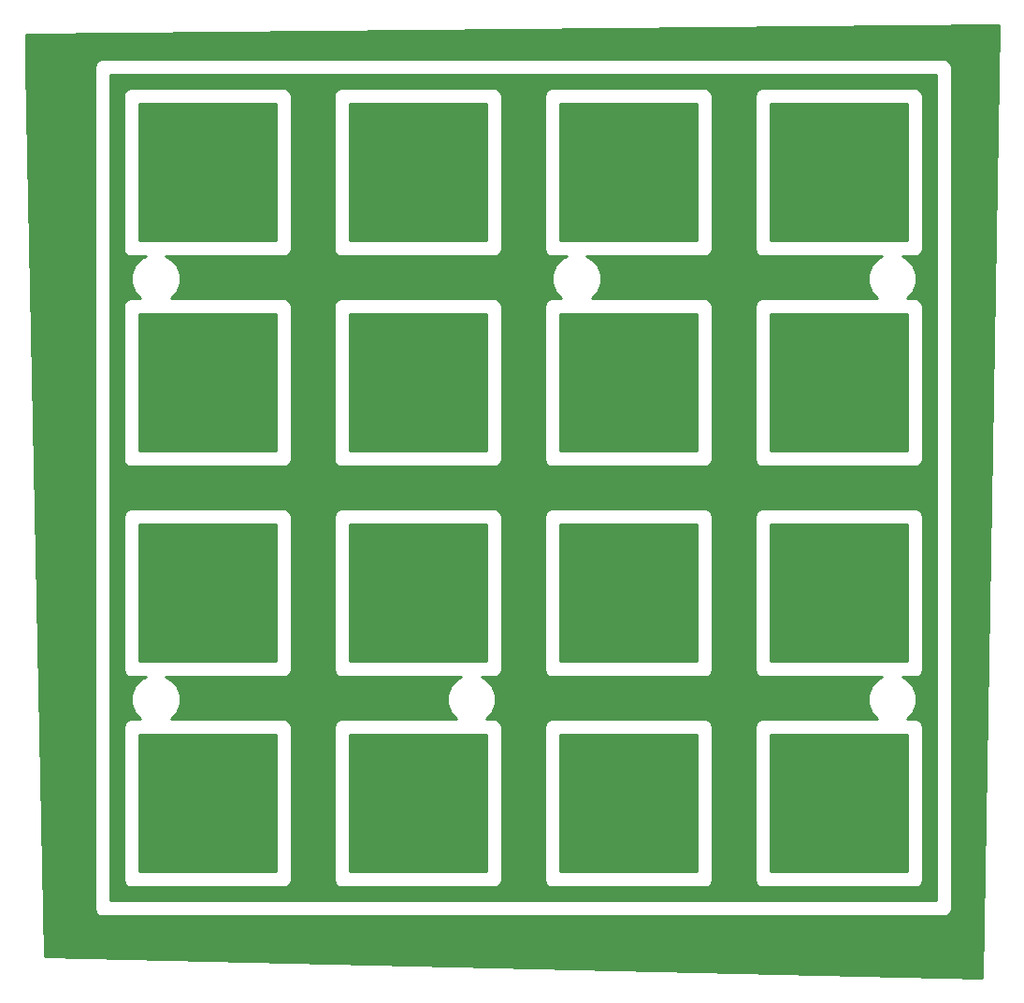
<source format=gbr>
G04 #@! TF.GenerationSoftware,KiCad,Pcbnew,(5.0.0)*
G04 #@! TF.CreationDate,2018-10-05T18:25:32-06:00*
G04 #@! TF.ProjectId,4x4_backpack,3478345F6261636B7061636B2E6B6963,rev?*
G04 #@! TF.SameCoordinates,Original*
G04 #@! TF.FileFunction,Copper,L2,Bot,Signal*
G04 #@! TF.FilePolarity,Positive*
%FSLAX46Y46*%
G04 Gerber Fmt 4.6, Leading zero omitted, Abs format (unit mm)*
G04 Created by KiCad (PCBNEW (5.0.0)) date 10/05/18 18:25:32*
%MOMM*%
%LPD*%
G01*
G04 APERTURE LIST*
G04 #@! TA.AperFunction,NonConductor*
%ADD10C,0.254000*%
G04 #@! TD*
G04 APERTURE END LIST*
D10*
G36*
X155808403Y-158683641D02*
X70990469Y-156761429D01*
X69331500Y-76200000D01*
X75476091Y-76200000D01*
X75490000Y-76269926D01*
X75490001Y-152330069D01*
X75476091Y-152400000D01*
X75531195Y-152677028D01*
X75688119Y-152911881D01*
X75922972Y-153068805D01*
X76130074Y-153110000D01*
X76130075Y-153110000D01*
X76200000Y-153123909D01*
X76269926Y-153110000D01*
X152330074Y-153110000D01*
X152400000Y-153123909D01*
X152469925Y-153110000D01*
X152469926Y-153110000D01*
X152677028Y-153068805D01*
X152911881Y-152911881D01*
X153068805Y-152677028D01*
X153123909Y-152400000D01*
X153110000Y-152330074D01*
X153110000Y-76269926D01*
X153123909Y-76200000D01*
X153068805Y-75922972D01*
X152911881Y-75688119D01*
X152677028Y-75531195D01*
X152469926Y-75490000D01*
X152400000Y-75476091D01*
X152330075Y-75490000D01*
X76269925Y-75490000D01*
X76200000Y-75476091D01*
X76130074Y-75490000D01*
X75922972Y-75531195D01*
X75688119Y-75688119D01*
X75531195Y-75922972D01*
X75476091Y-76200000D01*
X69331500Y-76200000D01*
X69270956Y-73259929D01*
X157325326Y-72378601D01*
X155808403Y-158683641D01*
X155808403Y-158683641D01*
G37*
X155808403Y-158683641D02*
X70990469Y-156761429D01*
X69331500Y-76200000D01*
X75476091Y-76200000D01*
X75490000Y-76269926D01*
X75490001Y-152330069D01*
X75476091Y-152400000D01*
X75531195Y-152677028D01*
X75688119Y-152911881D01*
X75922972Y-153068805D01*
X76130074Y-153110000D01*
X76130075Y-153110000D01*
X76200000Y-153123909D01*
X76269926Y-153110000D01*
X152330074Y-153110000D01*
X152400000Y-153123909D01*
X152469925Y-153110000D01*
X152469926Y-153110000D01*
X152677028Y-153068805D01*
X152911881Y-152911881D01*
X153068805Y-152677028D01*
X153123909Y-152400000D01*
X153110000Y-152330074D01*
X153110000Y-76269926D01*
X153123909Y-76200000D01*
X153068805Y-75922972D01*
X152911881Y-75688119D01*
X152677028Y-75531195D01*
X152469926Y-75490000D01*
X152400000Y-75476091D01*
X152330075Y-75490000D01*
X76269925Y-75490000D01*
X76200000Y-75476091D01*
X76130074Y-75490000D01*
X75922972Y-75531195D01*
X75688119Y-75688119D01*
X75531195Y-75922972D01*
X75476091Y-76200000D01*
X69331500Y-76200000D01*
X69270956Y-73259929D01*
X157325326Y-72378601D01*
X155808403Y-158683641D01*
G36*
X151690000Y-151690000D02*
X76910000Y-151690000D01*
X76910000Y-116923820D01*
X78099911Y-116923820D01*
X78113821Y-116993751D01*
X78113820Y-130669024D01*
X78102451Y-130726180D01*
X78113820Y-130783336D01*
X78113820Y-130796105D01*
X78155015Y-131003207D01*
X78311939Y-131238060D01*
X78546792Y-131394985D01*
X78823820Y-131450089D01*
X78893745Y-131436180D01*
X80112640Y-131436180D01*
X79759974Y-131582259D01*
X79131259Y-132210974D01*
X78791000Y-133032431D01*
X78791000Y-133921569D01*
X79131259Y-134743026D01*
X79652053Y-135263820D01*
X78893746Y-135263820D01*
X78823820Y-135249911D01*
X78753895Y-135263820D01*
X78753894Y-135263820D01*
X78546792Y-135305015D01*
X78311939Y-135461939D01*
X78155015Y-135696792D01*
X78099911Y-135973820D01*
X78113821Y-136043751D01*
X78113820Y-149719024D01*
X78102451Y-149776180D01*
X78113820Y-149833336D01*
X78113820Y-149846105D01*
X78155015Y-150053207D01*
X78311939Y-150288060D01*
X78546792Y-150444985D01*
X78823820Y-150500089D01*
X78893745Y-150486180D01*
X92556255Y-150486180D01*
X92626180Y-150500089D01*
X92903208Y-150444985D01*
X93138061Y-150288061D01*
X93294985Y-150053208D01*
X93336180Y-149846106D01*
X93336180Y-149846105D01*
X93350089Y-149776180D01*
X93336180Y-149706254D01*
X93336180Y-136043746D01*
X93350089Y-135973820D01*
X93294985Y-135696792D01*
X93138061Y-135461939D01*
X92903208Y-135305015D01*
X92696106Y-135263820D01*
X92696105Y-135263820D01*
X92626180Y-135249911D01*
X92556254Y-135263820D01*
X82399947Y-135263820D01*
X82920741Y-134743026D01*
X83261000Y-133921569D01*
X83261000Y-133032431D01*
X82920741Y-132210974D01*
X82292026Y-131582259D01*
X81939360Y-131436180D01*
X92556255Y-131436180D01*
X92626180Y-131450089D01*
X92903208Y-131394985D01*
X93138061Y-131238061D01*
X93294985Y-131003208D01*
X93336180Y-130796106D01*
X93336180Y-130796105D01*
X93350089Y-130726180D01*
X93336180Y-130656254D01*
X93336180Y-116993746D01*
X93350089Y-116923820D01*
X97149911Y-116923820D01*
X97163821Y-116993751D01*
X97163820Y-130669024D01*
X97152451Y-130726180D01*
X97163820Y-130783336D01*
X97163820Y-130796105D01*
X97205015Y-131003207D01*
X97361939Y-131238060D01*
X97596792Y-131394985D01*
X97873820Y-131450089D01*
X97943745Y-131436180D01*
X108687640Y-131436180D01*
X108334974Y-131582259D01*
X107706259Y-132210974D01*
X107366000Y-133032431D01*
X107366000Y-133921569D01*
X107706259Y-134743026D01*
X108227053Y-135263820D01*
X97943746Y-135263820D01*
X97873820Y-135249911D01*
X97803895Y-135263820D01*
X97803894Y-135263820D01*
X97596792Y-135305015D01*
X97361939Y-135461939D01*
X97205015Y-135696792D01*
X97149911Y-135973820D01*
X97163821Y-136043751D01*
X97163820Y-149719024D01*
X97152451Y-149776180D01*
X97163820Y-149833336D01*
X97163820Y-149846105D01*
X97205015Y-150053207D01*
X97361939Y-150288060D01*
X97596792Y-150444985D01*
X97873820Y-150500089D01*
X97943745Y-150486180D01*
X111606255Y-150486180D01*
X111676180Y-150500089D01*
X111953208Y-150444985D01*
X112188061Y-150288061D01*
X112344985Y-150053208D01*
X112386180Y-149846106D01*
X112386180Y-149846105D01*
X112400089Y-149776180D01*
X112386180Y-149706254D01*
X112386180Y-136043746D01*
X112400089Y-135973820D01*
X116202451Y-135973820D01*
X116216361Y-136043751D01*
X116216360Y-149719024D01*
X116204991Y-149776180D01*
X116216360Y-149833336D01*
X116216360Y-149846105D01*
X116257555Y-150053207D01*
X116414479Y-150288060D01*
X116649332Y-150444985D01*
X116926360Y-150500089D01*
X116996285Y-150486180D01*
X130658795Y-150486180D01*
X130728720Y-150500089D01*
X131005748Y-150444985D01*
X131240601Y-150288061D01*
X131397525Y-150053208D01*
X131438720Y-149846106D01*
X131438720Y-149846105D01*
X131452629Y-149776180D01*
X131438720Y-149706254D01*
X131438720Y-136043746D01*
X131452629Y-135973820D01*
X131397525Y-135696792D01*
X131240601Y-135461939D01*
X131005748Y-135305015D01*
X130798646Y-135263820D01*
X130798645Y-135263820D01*
X130728720Y-135249911D01*
X130658794Y-135263820D01*
X116996286Y-135263820D01*
X116926360Y-135249911D01*
X116856435Y-135263820D01*
X116856434Y-135263820D01*
X116649332Y-135305015D01*
X116414479Y-135461939D01*
X116257555Y-135696792D01*
X116202451Y-135973820D01*
X112400089Y-135973820D01*
X112344985Y-135696792D01*
X112188061Y-135461939D01*
X111953208Y-135305015D01*
X111746106Y-135263820D01*
X111746105Y-135263820D01*
X111676180Y-135249911D01*
X111606254Y-135263820D01*
X110974947Y-135263820D01*
X111495741Y-134743026D01*
X111836000Y-133921569D01*
X111836000Y-133032431D01*
X111495741Y-132210974D01*
X110867026Y-131582259D01*
X110514360Y-131436180D01*
X111606255Y-131436180D01*
X111676180Y-131450089D01*
X111953208Y-131394985D01*
X112188061Y-131238061D01*
X112344985Y-131003208D01*
X112386180Y-130796106D01*
X112386180Y-130796105D01*
X112400089Y-130726180D01*
X112386180Y-130656254D01*
X112386180Y-116993746D01*
X112400089Y-116923820D01*
X116202451Y-116923820D01*
X116216361Y-116993751D01*
X116216360Y-130669024D01*
X116204991Y-130726180D01*
X116216360Y-130783336D01*
X116216360Y-130796105D01*
X116257555Y-131003207D01*
X116414479Y-131238060D01*
X116649332Y-131394985D01*
X116926360Y-131450089D01*
X116996285Y-131436180D01*
X130658795Y-131436180D01*
X130728720Y-131450089D01*
X131005748Y-131394985D01*
X131240601Y-131238061D01*
X131397525Y-131003208D01*
X131438720Y-130796106D01*
X131438720Y-130796105D01*
X131452629Y-130726180D01*
X131438720Y-130656254D01*
X131438720Y-116993746D01*
X131452629Y-116923820D01*
X135252451Y-116923820D01*
X135266361Y-116993751D01*
X135266360Y-130669024D01*
X135254991Y-130726180D01*
X135266360Y-130783336D01*
X135266360Y-130796105D01*
X135307555Y-131003207D01*
X135464479Y-131238060D01*
X135699332Y-131394985D01*
X135976360Y-131450089D01*
X136046285Y-131436180D01*
X146787640Y-131436180D01*
X146434974Y-131582259D01*
X145806259Y-132210974D01*
X145466000Y-133032431D01*
X145466000Y-133921569D01*
X145806259Y-134743026D01*
X146327053Y-135263820D01*
X136046286Y-135263820D01*
X135976360Y-135249911D01*
X135906435Y-135263820D01*
X135906434Y-135263820D01*
X135699332Y-135305015D01*
X135464479Y-135461939D01*
X135307555Y-135696792D01*
X135252451Y-135973820D01*
X135266361Y-136043751D01*
X135266360Y-149719024D01*
X135254991Y-149776180D01*
X135266360Y-149833336D01*
X135266360Y-149846105D01*
X135307555Y-150053207D01*
X135464479Y-150288060D01*
X135699332Y-150444985D01*
X135976360Y-150500089D01*
X136046285Y-150486180D01*
X149708795Y-150486180D01*
X149778720Y-150500089D01*
X150055748Y-150444985D01*
X150290601Y-150288061D01*
X150447525Y-150053208D01*
X150488720Y-149846106D01*
X150488720Y-149846105D01*
X150502629Y-149776180D01*
X150488720Y-149706254D01*
X150488720Y-136043746D01*
X150502629Y-135973820D01*
X150447525Y-135696792D01*
X150290601Y-135461939D01*
X150055748Y-135305015D01*
X149848646Y-135263820D01*
X149848645Y-135263820D01*
X149778720Y-135249911D01*
X149708794Y-135263820D01*
X149074947Y-135263820D01*
X149595741Y-134743026D01*
X149936000Y-133921569D01*
X149936000Y-133032431D01*
X149595741Y-132210974D01*
X148967026Y-131582259D01*
X148614360Y-131436180D01*
X149708795Y-131436180D01*
X149778720Y-131450089D01*
X150055748Y-131394985D01*
X150290601Y-131238061D01*
X150447525Y-131003208D01*
X150488720Y-130796106D01*
X150488720Y-130796105D01*
X150502629Y-130726180D01*
X150488720Y-130656254D01*
X150488720Y-116993746D01*
X150502629Y-116923820D01*
X150447525Y-116646792D01*
X150290601Y-116411939D01*
X150055748Y-116255015D01*
X149848646Y-116213820D01*
X149848645Y-116213820D01*
X149778720Y-116199911D01*
X149708794Y-116213820D01*
X136046286Y-116213820D01*
X135976360Y-116199911D01*
X135906435Y-116213820D01*
X135906434Y-116213820D01*
X135699332Y-116255015D01*
X135464479Y-116411939D01*
X135307555Y-116646792D01*
X135252451Y-116923820D01*
X131452629Y-116923820D01*
X131397525Y-116646792D01*
X131240601Y-116411939D01*
X131005748Y-116255015D01*
X130798646Y-116213820D01*
X130798645Y-116213820D01*
X130728720Y-116199911D01*
X130658794Y-116213820D01*
X116996286Y-116213820D01*
X116926360Y-116199911D01*
X116856435Y-116213820D01*
X116856434Y-116213820D01*
X116649332Y-116255015D01*
X116414479Y-116411939D01*
X116257555Y-116646792D01*
X116202451Y-116923820D01*
X112400089Y-116923820D01*
X112344985Y-116646792D01*
X112188061Y-116411939D01*
X111953208Y-116255015D01*
X111746106Y-116213820D01*
X111746105Y-116213820D01*
X111676180Y-116199911D01*
X111606254Y-116213820D01*
X97943746Y-116213820D01*
X97873820Y-116199911D01*
X97803895Y-116213820D01*
X97803894Y-116213820D01*
X97596792Y-116255015D01*
X97361939Y-116411939D01*
X97205015Y-116646792D01*
X97149911Y-116923820D01*
X93350089Y-116923820D01*
X93294985Y-116646792D01*
X93138061Y-116411939D01*
X92903208Y-116255015D01*
X92696106Y-116213820D01*
X92696105Y-116213820D01*
X92626180Y-116199911D01*
X92556254Y-116213820D01*
X78893746Y-116213820D01*
X78823820Y-116199911D01*
X78753895Y-116213820D01*
X78753894Y-116213820D01*
X78546792Y-116255015D01*
X78311939Y-116411939D01*
X78155015Y-116646792D01*
X78099911Y-116923820D01*
X76910000Y-116923820D01*
X76910000Y-78823820D01*
X78097371Y-78823820D01*
X78111281Y-78893751D01*
X78111280Y-92569024D01*
X78099911Y-92626180D01*
X78111280Y-92683336D01*
X78111280Y-92696105D01*
X78152475Y-92903207D01*
X78309399Y-93138060D01*
X78544252Y-93294985D01*
X78821280Y-93350089D01*
X78891205Y-93336180D01*
X80112640Y-93336180D01*
X79759974Y-93482259D01*
X79131259Y-94110974D01*
X78791000Y-94932431D01*
X78791000Y-95821569D01*
X79131259Y-96643026D01*
X79652053Y-97163820D01*
X78891206Y-97163820D01*
X78821280Y-97149911D01*
X78751355Y-97163820D01*
X78751354Y-97163820D01*
X78544252Y-97205015D01*
X78309399Y-97361939D01*
X78152475Y-97596792D01*
X78097371Y-97873820D01*
X78111281Y-97943751D01*
X78111280Y-111619024D01*
X78099911Y-111676180D01*
X78111280Y-111733336D01*
X78111280Y-111746105D01*
X78152475Y-111953207D01*
X78309399Y-112188060D01*
X78544252Y-112344985D01*
X78821280Y-112400089D01*
X78891205Y-112386180D01*
X92553715Y-112386180D01*
X92623640Y-112400089D01*
X92900668Y-112344985D01*
X93135521Y-112188061D01*
X93292445Y-111953208D01*
X93333640Y-111746106D01*
X93333640Y-111746105D01*
X93347549Y-111676180D01*
X93333640Y-111606254D01*
X93333640Y-97943746D01*
X93347549Y-97873820D01*
X97147371Y-97873820D01*
X97161281Y-97943751D01*
X97161280Y-111619024D01*
X97149911Y-111676180D01*
X97161280Y-111733336D01*
X97161280Y-111746105D01*
X97202475Y-111953207D01*
X97359399Y-112188060D01*
X97594252Y-112344985D01*
X97871280Y-112400089D01*
X97941205Y-112386180D01*
X111603715Y-112386180D01*
X111673640Y-112400089D01*
X111950668Y-112344985D01*
X112185521Y-112188061D01*
X112342445Y-111953208D01*
X112383640Y-111746106D01*
X112383640Y-111746105D01*
X112397549Y-111676180D01*
X112383640Y-111606254D01*
X112383640Y-97943746D01*
X112397549Y-97873820D01*
X112342445Y-97596792D01*
X112185521Y-97361939D01*
X111950668Y-97205015D01*
X111743566Y-97163820D01*
X111743565Y-97163820D01*
X111673640Y-97149911D01*
X111603714Y-97163820D01*
X97941206Y-97163820D01*
X97871280Y-97149911D01*
X97801355Y-97163820D01*
X97801354Y-97163820D01*
X97594252Y-97205015D01*
X97359399Y-97361939D01*
X97202475Y-97596792D01*
X97147371Y-97873820D01*
X93347549Y-97873820D01*
X93292445Y-97596792D01*
X93135521Y-97361939D01*
X92900668Y-97205015D01*
X92693566Y-97163820D01*
X92693565Y-97163820D01*
X92623640Y-97149911D01*
X92553714Y-97163820D01*
X82399947Y-97163820D01*
X82920741Y-96643026D01*
X83261000Y-95821569D01*
X83261000Y-94932431D01*
X82920741Y-94110974D01*
X82292026Y-93482259D01*
X81939360Y-93336180D01*
X92553715Y-93336180D01*
X92623640Y-93350089D01*
X92900668Y-93294985D01*
X93135521Y-93138061D01*
X93292445Y-92903208D01*
X93333640Y-92696106D01*
X93333640Y-92696105D01*
X93347549Y-92626180D01*
X93333640Y-92556254D01*
X93333640Y-78893746D01*
X93347549Y-78823820D01*
X97147371Y-78823820D01*
X97161281Y-78893751D01*
X97161280Y-92569024D01*
X97149911Y-92626180D01*
X97161280Y-92683336D01*
X97161280Y-92696105D01*
X97202475Y-92903207D01*
X97359399Y-93138060D01*
X97594252Y-93294985D01*
X97871280Y-93350089D01*
X97941205Y-93336180D01*
X111603715Y-93336180D01*
X111673640Y-93350089D01*
X111950668Y-93294985D01*
X112185521Y-93138061D01*
X112342445Y-92903208D01*
X112383640Y-92696106D01*
X112383640Y-92696105D01*
X112397549Y-92626180D01*
X112383640Y-92556254D01*
X112383640Y-78893746D01*
X112397549Y-78823820D01*
X116199911Y-78823820D01*
X116213821Y-78893751D01*
X116213820Y-92569024D01*
X116202451Y-92626180D01*
X116213820Y-92683336D01*
X116213820Y-92696105D01*
X116255015Y-92903207D01*
X116411939Y-93138060D01*
X116646792Y-93294985D01*
X116923820Y-93350089D01*
X116993745Y-93336180D01*
X118212640Y-93336180D01*
X117859974Y-93482259D01*
X117231259Y-94110974D01*
X116891000Y-94932431D01*
X116891000Y-95821569D01*
X117231259Y-96643026D01*
X117752053Y-97163820D01*
X116993746Y-97163820D01*
X116923820Y-97149911D01*
X116853895Y-97163820D01*
X116853894Y-97163820D01*
X116646792Y-97205015D01*
X116411939Y-97361939D01*
X116255015Y-97596792D01*
X116199911Y-97873820D01*
X116213821Y-97943751D01*
X116213820Y-111619024D01*
X116202451Y-111676180D01*
X116213820Y-111733336D01*
X116213820Y-111746105D01*
X116255015Y-111953207D01*
X116411939Y-112188060D01*
X116646792Y-112344985D01*
X116923820Y-112400089D01*
X116993745Y-112386180D01*
X130656255Y-112386180D01*
X130726180Y-112400089D01*
X131003208Y-112344985D01*
X131238061Y-112188061D01*
X131394985Y-111953208D01*
X131436180Y-111746106D01*
X131436180Y-111746105D01*
X131450089Y-111676180D01*
X131436180Y-111606254D01*
X131436180Y-97943746D01*
X131450089Y-97873820D01*
X131394985Y-97596792D01*
X131238061Y-97361939D01*
X131003208Y-97205015D01*
X130796106Y-97163820D01*
X130796105Y-97163820D01*
X130726180Y-97149911D01*
X130656254Y-97163820D01*
X120499947Y-97163820D01*
X121020741Y-96643026D01*
X121361000Y-95821569D01*
X121361000Y-94932431D01*
X121020741Y-94110974D01*
X120392026Y-93482259D01*
X120039360Y-93336180D01*
X130656255Y-93336180D01*
X130726180Y-93350089D01*
X131003208Y-93294985D01*
X131238061Y-93138061D01*
X131394985Y-92903208D01*
X131436180Y-92696106D01*
X131436180Y-92696105D01*
X131450089Y-92626180D01*
X131436180Y-92556254D01*
X131436180Y-78893746D01*
X131450089Y-78823820D01*
X135249911Y-78823820D01*
X135263821Y-78893751D01*
X135263820Y-92569024D01*
X135252451Y-92626180D01*
X135263820Y-92683336D01*
X135263820Y-92696105D01*
X135305015Y-92903207D01*
X135461939Y-93138060D01*
X135696792Y-93294985D01*
X135973820Y-93350089D01*
X136043745Y-93336180D01*
X146787640Y-93336180D01*
X146434974Y-93482259D01*
X145806259Y-94110974D01*
X145466000Y-94932431D01*
X145466000Y-95821569D01*
X145806259Y-96643026D01*
X146327053Y-97163820D01*
X136043746Y-97163820D01*
X135973820Y-97149911D01*
X135903895Y-97163820D01*
X135903894Y-97163820D01*
X135696792Y-97205015D01*
X135461939Y-97361939D01*
X135305015Y-97596792D01*
X135249911Y-97873820D01*
X135263821Y-97943751D01*
X135263820Y-111619024D01*
X135252451Y-111676180D01*
X135263820Y-111733336D01*
X135263820Y-111746105D01*
X135305015Y-111953207D01*
X135461939Y-112188060D01*
X135696792Y-112344985D01*
X135973820Y-112400089D01*
X136043745Y-112386180D01*
X149706255Y-112386180D01*
X149776180Y-112400089D01*
X150053208Y-112344985D01*
X150288061Y-112188061D01*
X150444985Y-111953208D01*
X150486180Y-111746106D01*
X150486180Y-111746105D01*
X150500089Y-111676180D01*
X150486180Y-111606254D01*
X150486180Y-97943746D01*
X150500089Y-97873820D01*
X150444985Y-97596792D01*
X150288061Y-97361939D01*
X150053208Y-97205015D01*
X149846106Y-97163820D01*
X149846105Y-97163820D01*
X149776180Y-97149911D01*
X149706254Y-97163820D01*
X149074947Y-97163820D01*
X149595741Y-96643026D01*
X149936000Y-95821569D01*
X149936000Y-94932431D01*
X149595741Y-94110974D01*
X148967026Y-93482259D01*
X148614360Y-93336180D01*
X149706255Y-93336180D01*
X149776180Y-93350089D01*
X150053208Y-93294985D01*
X150288061Y-93138061D01*
X150444985Y-92903208D01*
X150486180Y-92696106D01*
X150486180Y-92696105D01*
X150500089Y-92626180D01*
X150486180Y-92556254D01*
X150486180Y-78893746D01*
X150500089Y-78823820D01*
X150444985Y-78546792D01*
X150288061Y-78311939D01*
X150053208Y-78155015D01*
X149846106Y-78113820D01*
X149846105Y-78113820D01*
X149776180Y-78099911D01*
X149706254Y-78113820D01*
X136043746Y-78113820D01*
X135973820Y-78099911D01*
X135903895Y-78113820D01*
X135903894Y-78113820D01*
X135696792Y-78155015D01*
X135461939Y-78311939D01*
X135305015Y-78546792D01*
X135249911Y-78823820D01*
X131450089Y-78823820D01*
X131394985Y-78546792D01*
X131238061Y-78311939D01*
X131003208Y-78155015D01*
X130796106Y-78113820D01*
X130796105Y-78113820D01*
X130726180Y-78099911D01*
X130656254Y-78113820D01*
X116993746Y-78113820D01*
X116923820Y-78099911D01*
X116853895Y-78113820D01*
X116853894Y-78113820D01*
X116646792Y-78155015D01*
X116411939Y-78311939D01*
X116255015Y-78546792D01*
X116199911Y-78823820D01*
X112397549Y-78823820D01*
X112342445Y-78546792D01*
X112185521Y-78311939D01*
X111950668Y-78155015D01*
X111743566Y-78113820D01*
X111743565Y-78113820D01*
X111673640Y-78099911D01*
X111603714Y-78113820D01*
X97941206Y-78113820D01*
X97871280Y-78099911D01*
X97801355Y-78113820D01*
X97801354Y-78113820D01*
X97594252Y-78155015D01*
X97359399Y-78311939D01*
X97202475Y-78546792D01*
X97147371Y-78823820D01*
X93347549Y-78823820D01*
X93292445Y-78546792D01*
X93135521Y-78311939D01*
X92900668Y-78155015D01*
X92693566Y-78113820D01*
X92693565Y-78113820D01*
X92623640Y-78099911D01*
X92553714Y-78113820D01*
X78891206Y-78113820D01*
X78821280Y-78099911D01*
X78751355Y-78113820D01*
X78751354Y-78113820D01*
X78544252Y-78155015D01*
X78309399Y-78311939D01*
X78152475Y-78546792D01*
X78097371Y-78823820D01*
X76910000Y-78823820D01*
X76910000Y-76910000D01*
X151690001Y-76910000D01*
X151690000Y-151690000D01*
X151690000Y-151690000D01*
G37*
X151690000Y-151690000D02*
X76910000Y-151690000D01*
X76910000Y-116923820D01*
X78099911Y-116923820D01*
X78113821Y-116993751D01*
X78113820Y-130669024D01*
X78102451Y-130726180D01*
X78113820Y-130783336D01*
X78113820Y-130796105D01*
X78155015Y-131003207D01*
X78311939Y-131238060D01*
X78546792Y-131394985D01*
X78823820Y-131450089D01*
X78893745Y-131436180D01*
X80112640Y-131436180D01*
X79759974Y-131582259D01*
X79131259Y-132210974D01*
X78791000Y-133032431D01*
X78791000Y-133921569D01*
X79131259Y-134743026D01*
X79652053Y-135263820D01*
X78893746Y-135263820D01*
X78823820Y-135249911D01*
X78753895Y-135263820D01*
X78753894Y-135263820D01*
X78546792Y-135305015D01*
X78311939Y-135461939D01*
X78155015Y-135696792D01*
X78099911Y-135973820D01*
X78113821Y-136043751D01*
X78113820Y-149719024D01*
X78102451Y-149776180D01*
X78113820Y-149833336D01*
X78113820Y-149846105D01*
X78155015Y-150053207D01*
X78311939Y-150288060D01*
X78546792Y-150444985D01*
X78823820Y-150500089D01*
X78893745Y-150486180D01*
X92556255Y-150486180D01*
X92626180Y-150500089D01*
X92903208Y-150444985D01*
X93138061Y-150288061D01*
X93294985Y-150053208D01*
X93336180Y-149846106D01*
X93336180Y-149846105D01*
X93350089Y-149776180D01*
X93336180Y-149706254D01*
X93336180Y-136043746D01*
X93350089Y-135973820D01*
X93294985Y-135696792D01*
X93138061Y-135461939D01*
X92903208Y-135305015D01*
X92696106Y-135263820D01*
X92696105Y-135263820D01*
X92626180Y-135249911D01*
X92556254Y-135263820D01*
X82399947Y-135263820D01*
X82920741Y-134743026D01*
X83261000Y-133921569D01*
X83261000Y-133032431D01*
X82920741Y-132210974D01*
X82292026Y-131582259D01*
X81939360Y-131436180D01*
X92556255Y-131436180D01*
X92626180Y-131450089D01*
X92903208Y-131394985D01*
X93138061Y-131238061D01*
X93294985Y-131003208D01*
X93336180Y-130796106D01*
X93336180Y-130796105D01*
X93350089Y-130726180D01*
X93336180Y-130656254D01*
X93336180Y-116993746D01*
X93350089Y-116923820D01*
X97149911Y-116923820D01*
X97163821Y-116993751D01*
X97163820Y-130669024D01*
X97152451Y-130726180D01*
X97163820Y-130783336D01*
X97163820Y-130796105D01*
X97205015Y-131003207D01*
X97361939Y-131238060D01*
X97596792Y-131394985D01*
X97873820Y-131450089D01*
X97943745Y-131436180D01*
X108687640Y-131436180D01*
X108334974Y-131582259D01*
X107706259Y-132210974D01*
X107366000Y-133032431D01*
X107366000Y-133921569D01*
X107706259Y-134743026D01*
X108227053Y-135263820D01*
X97943746Y-135263820D01*
X97873820Y-135249911D01*
X97803895Y-135263820D01*
X97803894Y-135263820D01*
X97596792Y-135305015D01*
X97361939Y-135461939D01*
X97205015Y-135696792D01*
X97149911Y-135973820D01*
X97163821Y-136043751D01*
X97163820Y-149719024D01*
X97152451Y-149776180D01*
X97163820Y-149833336D01*
X97163820Y-149846105D01*
X97205015Y-150053207D01*
X97361939Y-150288060D01*
X97596792Y-150444985D01*
X97873820Y-150500089D01*
X97943745Y-150486180D01*
X111606255Y-150486180D01*
X111676180Y-150500089D01*
X111953208Y-150444985D01*
X112188061Y-150288061D01*
X112344985Y-150053208D01*
X112386180Y-149846106D01*
X112386180Y-149846105D01*
X112400089Y-149776180D01*
X112386180Y-149706254D01*
X112386180Y-136043746D01*
X112400089Y-135973820D01*
X116202451Y-135973820D01*
X116216361Y-136043751D01*
X116216360Y-149719024D01*
X116204991Y-149776180D01*
X116216360Y-149833336D01*
X116216360Y-149846105D01*
X116257555Y-150053207D01*
X116414479Y-150288060D01*
X116649332Y-150444985D01*
X116926360Y-150500089D01*
X116996285Y-150486180D01*
X130658795Y-150486180D01*
X130728720Y-150500089D01*
X131005748Y-150444985D01*
X131240601Y-150288061D01*
X131397525Y-150053208D01*
X131438720Y-149846106D01*
X131438720Y-149846105D01*
X131452629Y-149776180D01*
X131438720Y-149706254D01*
X131438720Y-136043746D01*
X131452629Y-135973820D01*
X131397525Y-135696792D01*
X131240601Y-135461939D01*
X131005748Y-135305015D01*
X130798646Y-135263820D01*
X130798645Y-135263820D01*
X130728720Y-135249911D01*
X130658794Y-135263820D01*
X116996286Y-135263820D01*
X116926360Y-135249911D01*
X116856435Y-135263820D01*
X116856434Y-135263820D01*
X116649332Y-135305015D01*
X116414479Y-135461939D01*
X116257555Y-135696792D01*
X116202451Y-135973820D01*
X112400089Y-135973820D01*
X112344985Y-135696792D01*
X112188061Y-135461939D01*
X111953208Y-135305015D01*
X111746106Y-135263820D01*
X111746105Y-135263820D01*
X111676180Y-135249911D01*
X111606254Y-135263820D01*
X110974947Y-135263820D01*
X111495741Y-134743026D01*
X111836000Y-133921569D01*
X111836000Y-133032431D01*
X111495741Y-132210974D01*
X110867026Y-131582259D01*
X110514360Y-131436180D01*
X111606255Y-131436180D01*
X111676180Y-131450089D01*
X111953208Y-131394985D01*
X112188061Y-131238061D01*
X112344985Y-131003208D01*
X112386180Y-130796106D01*
X112386180Y-130796105D01*
X112400089Y-130726180D01*
X112386180Y-130656254D01*
X112386180Y-116993746D01*
X112400089Y-116923820D01*
X116202451Y-116923820D01*
X116216361Y-116993751D01*
X116216360Y-130669024D01*
X116204991Y-130726180D01*
X116216360Y-130783336D01*
X116216360Y-130796105D01*
X116257555Y-131003207D01*
X116414479Y-131238060D01*
X116649332Y-131394985D01*
X116926360Y-131450089D01*
X116996285Y-131436180D01*
X130658795Y-131436180D01*
X130728720Y-131450089D01*
X131005748Y-131394985D01*
X131240601Y-131238061D01*
X131397525Y-131003208D01*
X131438720Y-130796106D01*
X131438720Y-130796105D01*
X131452629Y-130726180D01*
X131438720Y-130656254D01*
X131438720Y-116993746D01*
X131452629Y-116923820D01*
X135252451Y-116923820D01*
X135266361Y-116993751D01*
X135266360Y-130669024D01*
X135254991Y-130726180D01*
X135266360Y-130783336D01*
X135266360Y-130796105D01*
X135307555Y-131003207D01*
X135464479Y-131238060D01*
X135699332Y-131394985D01*
X135976360Y-131450089D01*
X136046285Y-131436180D01*
X146787640Y-131436180D01*
X146434974Y-131582259D01*
X145806259Y-132210974D01*
X145466000Y-133032431D01*
X145466000Y-133921569D01*
X145806259Y-134743026D01*
X146327053Y-135263820D01*
X136046286Y-135263820D01*
X135976360Y-135249911D01*
X135906435Y-135263820D01*
X135906434Y-135263820D01*
X135699332Y-135305015D01*
X135464479Y-135461939D01*
X135307555Y-135696792D01*
X135252451Y-135973820D01*
X135266361Y-136043751D01*
X135266360Y-149719024D01*
X135254991Y-149776180D01*
X135266360Y-149833336D01*
X135266360Y-149846105D01*
X135307555Y-150053207D01*
X135464479Y-150288060D01*
X135699332Y-150444985D01*
X135976360Y-150500089D01*
X136046285Y-150486180D01*
X149708795Y-150486180D01*
X149778720Y-150500089D01*
X150055748Y-150444985D01*
X150290601Y-150288061D01*
X150447525Y-150053208D01*
X150488720Y-149846106D01*
X150488720Y-149846105D01*
X150502629Y-149776180D01*
X150488720Y-149706254D01*
X150488720Y-136043746D01*
X150502629Y-135973820D01*
X150447525Y-135696792D01*
X150290601Y-135461939D01*
X150055748Y-135305015D01*
X149848646Y-135263820D01*
X149848645Y-135263820D01*
X149778720Y-135249911D01*
X149708794Y-135263820D01*
X149074947Y-135263820D01*
X149595741Y-134743026D01*
X149936000Y-133921569D01*
X149936000Y-133032431D01*
X149595741Y-132210974D01*
X148967026Y-131582259D01*
X148614360Y-131436180D01*
X149708795Y-131436180D01*
X149778720Y-131450089D01*
X150055748Y-131394985D01*
X150290601Y-131238061D01*
X150447525Y-131003208D01*
X150488720Y-130796106D01*
X150488720Y-130796105D01*
X150502629Y-130726180D01*
X150488720Y-130656254D01*
X150488720Y-116993746D01*
X150502629Y-116923820D01*
X150447525Y-116646792D01*
X150290601Y-116411939D01*
X150055748Y-116255015D01*
X149848646Y-116213820D01*
X149848645Y-116213820D01*
X149778720Y-116199911D01*
X149708794Y-116213820D01*
X136046286Y-116213820D01*
X135976360Y-116199911D01*
X135906435Y-116213820D01*
X135906434Y-116213820D01*
X135699332Y-116255015D01*
X135464479Y-116411939D01*
X135307555Y-116646792D01*
X135252451Y-116923820D01*
X131452629Y-116923820D01*
X131397525Y-116646792D01*
X131240601Y-116411939D01*
X131005748Y-116255015D01*
X130798646Y-116213820D01*
X130798645Y-116213820D01*
X130728720Y-116199911D01*
X130658794Y-116213820D01*
X116996286Y-116213820D01*
X116926360Y-116199911D01*
X116856435Y-116213820D01*
X116856434Y-116213820D01*
X116649332Y-116255015D01*
X116414479Y-116411939D01*
X116257555Y-116646792D01*
X116202451Y-116923820D01*
X112400089Y-116923820D01*
X112344985Y-116646792D01*
X112188061Y-116411939D01*
X111953208Y-116255015D01*
X111746106Y-116213820D01*
X111746105Y-116213820D01*
X111676180Y-116199911D01*
X111606254Y-116213820D01*
X97943746Y-116213820D01*
X97873820Y-116199911D01*
X97803895Y-116213820D01*
X97803894Y-116213820D01*
X97596792Y-116255015D01*
X97361939Y-116411939D01*
X97205015Y-116646792D01*
X97149911Y-116923820D01*
X93350089Y-116923820D01*
X93294985Y-116646792D01*
X93138061Y-116411939D01*
X92903208Y-116255015D01*
X92696106Y-116213820D01*
X92696105Y-116213820D01*
X92626180Y-116199911D01*
X92556254Y-116213820D01*
X78893746Y-116213820D01*
X78823820Y-116199911D01*
X78753895Y-116213820D01*
X78753894Y-116213820D01*
X78546792Y-116255015D01*
X78311939Y-116411939D01*
X78155015Y-116646792D01*
X78099911Y-116923820D01*
X76910000Y-116923820D01*
X76910000Y-78823820D01*
X78097371Y-78823820D01*
X78111281Y-78893751D01*
X78111280Y-92569024D01*
X78099911Y-92626180D01*
X78111280Y-92683336D01*
X78111280Y-92696105D01*
X78152475Y-92903207D01*
X78309399Y-93138060D01*
X78544252Y-93294985D01*
X78821280Y-93350089D01*
X78891205Y-93336180D01*
X80112640Y-93336180D01*
X79759974Y-93482259D01*
X79131259Y-94110974D01*
X78791000Y-94932431D01*
X78791000Y-95821569D01*
X79131259Y-96643026D01*
X79652053Y-97163820D01*
X78891206Y-97163820D01*
X78821280Y-97149911D01*
X78751355Y-97163820D01*
X78751354Y-97163820D01*
X78544252Y-97205015D01*
X78309399Y-97361939D01*
X78152475Y-97596792D01*
X78097371Y-97873820D01*
X78111281Y-97943751D01*
X78111280Y-111619024D01*
X78099911Y-111676180D01*
X78111280Y-111733336D01*
X78111280Y-111746105D01*
X78152475Y-111953207D01*
X78309399Y-112188060D01*
X78544252Y-112344985D01*
X78821280Y-112400089D01*
X78891205Y-112386180D01*
X92553715Y-112386180D01*
X92623640Y-112400089D01*
X92900668Y-112344985D01*
X93135521Y-112188061D01*
X93292445Y-111953208D01*
X93333640Y-111746106D01*
X93333640Y-111746105D01*
X93347549Y-111676180D01*
X93333640Y-111606254D01*
X93333640Y-97943746D01*
X93347549Y-97873820D01*
X97147371Y-97873820D01*
X97161281Y-97943751D01*
X97161280Y-111619024D01*
X97149911Y-111676180D01*
X97161280Y-111733336D01*
X97161280Y-111746105D01*
X97202475Y-111953207D01*
X97359399Y-112188060D01*
X97594252Y-112344985D01*
X97871280Y-112400089D01*
X97941205Y-112386180D01*
X111603715Y-112386180D01*
X111673640Y-112400089D01*
X111950668Y-112344985D01*
X112185521Y-112188061D01*
X112342445Y-111953208D01*
X112383640Y-111746106D01*
X112383640Y-111746105D01*
X112397549Y-111676180D01*
X112383640Y-111606254D01*
X112383640Y-97943746D01*
X112397549Y-97873820D01*
X112342445Y-97596792D01*
X112185521Y-97361939D01*
X111950668Y-97205015D01*
X111743566Y-97163820D01*
X111743565Y-97163820D01*
X111673640Y-97149911D01*
X111603714Y-97163820D01*
X97941206Y-97163820D01*
X97871280Y-97149911D01*
X97801355Y-97163820D01*
X97801354Y-97163820D01*
X97594252Y-97205015D01*
X97359399Y-97361939D01*
X97202475Y-97596792D01*
X97147371Y-97873820D01*
X93347549Y-97873820D01*
X93292445Y-97596792D01*
X93135521Y-97361939D01*
X92900668Y-97205015D01*
X92693566Y-97163820D01*
X92693565Y-97163820D01*
X92623640Y-97149911D01*
X92553714Y-97163820D01*
X82399947Y-97163820D01*
X82920741Y-96643026D01*
X83261000Y-95821569D01*
X83261000Y-94932431D01*
X82920741Y-94110974D01*
X82292026Y-93482259D01*
X81939360Y-93336180D01*
X92553715Y-93336180D01*
X92623640Y-93350089D01*
X92900668Y-93294985D01*
X93135521Y-93138061D01*
X93292445Y-92903208D01*
X93333640Y-92696106D01*
X93333640Y-92696105D01*
X93347549Y-92626180D01*
X93333640Y-92556254D01*
X93333640Y-78893746D01*
X93347549Y-78823820D01*
X97147371Y-78823820D01*
X97161281Y-78893751D01*
X97161280Y-92569024D01*
X97149911Y-92626180D01*
X97161280Y-92683336D01*
X97161280Y-92696105D01*
X97202475Y-92903207D01*
X97359399Y-93138060D01*
X97594252Y-93294985D01*
X97871280Y-93350089D01*
X97941205Y-93336180D01*
X111603715Y-93336180D01*
X111673640Y-93350089D01*
X111950668Y-93294985D01*
X112185521Y-93138061D01*
X112342445Y-92903208D01*
X112383640Y-92696106D01*
X112383640Y-92696105D01*
X112397549Y-92626180D01*
X112383640Y-92556254D01*
X112383640Y-78893746D01*
X112397549Y-78823820D01*
X116199911Y-78823820D01*
X116213821Y-78893751D01*
X116213820Y-92569024D01*
X116202451Y-92626180D01*
X116213820Y-92683336D01*
X116213820Y-92696105D01*
X116255015Y-92903207D01*
X116411939Y-93138060D01*
X116646792Y-93294985D01*
X116923820Y-93350089D01*
X116993745Y-93336180D01*
X118212640Y-93336180D01*
X117859974Y-93482259D01*
X117231259Y-94110974D01*
X116891000Y-94932431D01*
X116891000Y-95821569D01*
X117231259Y-96643026D01*
X117752053Y-97163820D01*
X116993746Y-97163820D01*
X116923820Y-97149911D01*
X116853895Y-97163820D01*
X116853894Y-97163820D01*
X116646792Y-97205015D01*
X116411939Y-97361939D01*
X116255015Y-97596792D01*
X116199911Y-97873820D01*
X116213821Y-97943751D01*
X116213820Y-111619024D01*
X116202451Y-111676180D01*
X116213820Y-111733336D01*
X116213820Y-111746105D01*
X116255015Y-111953207D01*
X116411939Y-112188060D01*
X116646792Y-112344985D01*
X116923820Y-112400089D01*
X116993745Y-112386180D01*
X130656255Y-112386180D01*
X130726180Y-112400089D01*
X131003208Y-112344985D01*
X131238061Y-112188061D01*
X131394985Y-111953208D01*
X131436180Y-111746106D01*
X131436180Y-111746105D01*
X131450089Y-111676180D01*
X131436180Y-111606254D01*
X131436180Y-97943746D01*
X131450089Y-97873820D01*
X131394985Y-97596792D01*
X131238061Y-97361939D01*
X131003208Y-97205015D01*
X130796106Y-97163820D01*
X130796105Y-97163820D01*
X130726180Y-97149911D01*
X130656254Y-97163820D01*
X120499947Y-97163820D01*
X121020741Y-96643026D01*
X121361000Y-95821569D01*
X121361000Y-94932431D01*
X121020741Y-94110974D01*
X120392026Y-93482259D01*
X120039360Y-93336180D01*
X130656255Y-93336180D01*
X130726180Y-93350089D01*
X131003208Y-93294985D01*
X131238061Y-93138061D01*
X131394985Y-92903208D01*
X131436180Y-92696106D01*
X131436180Y-92696105D01*
X131450089Y-92626180D01*
X131436180Y-92556254D01*
X131436180Y-78893746D01*
X131450089Y-78823820D01*
X135249911Y-78823820D01*
X135263821Y-78893751D01*
X135263820Y-92569024D01*
X135252451Y-92626180D01*
X135263820Y-92683336D01*
X135263820Y-92696105D01*
X135305015Y-92903207D01*
X135461939Y-93138060D01*
X135696792Y-93294985D01*
X135973820Y-93350089D01*
X136043745Y-93336180D01*
X146787640Y-93336180D01*
X146434974Y-93482259D01*
X145806259Y-94110974D01*
X145466000Y-94932431D01*
X145466000Y-95821569D01*
X145806259Y-96643026D01*
X146327053Y-97163820D01*
X136043746Y-97163820D01*
X135973820Y-97149911D01*
X135903895Y-97163820D01*
X135903894Y-97163820D01*
X135696792Y-97205015D01*
X135461939Y-97361939D01*
X135305015Y-97596792D01*
X135249911Y-97873820D01*
X135263821Y-97943751D01*
X135263820Y-111619024D01*
X135252451Y-111676180D01*
X135263820Y-111733336D01*
X135263820Y-111746105D01*
X135305015Y-111953207D01*
X135461939Y-112188060D01*
X135696792Y-112344985D01*
X135973820Y-112400089D01*
X136043745Y-112386180D01*
X149706255Y-112386180D01*
X149776180Y-112400089D01*
X150053208Y-112344985D01*
X150288061Y-112188061D01*
X150444985Y-111953208D01*
X150486180Y-111746106D01*
X150486180Y-111746105D01*
X150500089Y-111676180D01*
X150486180Y-111606254D01*
X150486180Y-97943746D01*
X150500089Y-97873820D01*
X150444985Y-97596792D01*
X150288061Y-97361939D01*
X150053208Y-97205015D01*
X149846106Y-97163820D01*
X149846105Y-97163820D01*
X149776180Y-97149911D01*
X149706254Y-97163820D01*
X149074947Y-97163820D01*
X149595741Y-96643026D01*
X149936000Y-95821569D01*
X149936000Y-94932431D01*
X149595741Y-94110974D01*
X148967026Y-93482259D01*
X148614360Y-93336180D01*
X149706255Y-93336180D01*
X149776180Y-93350089D01*
X150053208Y-93294985D01*
X150288061Y-93138061D01*
X150444985Y-92903208D01*
X150486180Y-92696106D01*
X150486180Y-92696105D01*
X150500089Y-92626180D01*
X150486180Y-92556254D01*
X150486180Y-78893746D01*
X150500089Y-78823820D01*
X150444985Y-78546792D01*
X150288061Y-78311939D01*
X150053208Y-78155015D01*
X149846106Y-78113820D01*
X149846105Y-78113820D01*
X149776180Y-78099911D01*
X149706254Y-78113820D01*
X136043746Y-78113820D01*
X135973820Y-78099911D01*
X135903895Y-78113820D01*
X135903894Y-78113820D01*
X135696792Y-78155015D01*
X135461939Y-78311939D01*
X135305015Y-78546792D01*
X135249911Y-78823820D01*
X131450089Y-78823820D01*
X131394985Y-78546792D01*
X131238061Y-78311939D01*
X131003208Y-78155015D01*
X130796106Y-78113820D01*
X130796105Y-78113820D01*
X130726180Y-78099911D01*
X130656254Y-78113820D01*
X116993746Y-78113820D01*
X116923820Y-78099911D01*
X116853895Y-78113820D01*
X116853894Y-78113820D01*
X116646792Y-78155015D01*
X116411939Y-78311939D01*
X116255015Y-78546792D01*
X116199911Y-78823820D01*
X112397549Y-78823820D01*
X112342445Y-78546792D01*
X112185521Y-78311939D01*
X111950668Y-78155015D01*
X111743566Y-78113820D01*
X111743565Y-78113820D01*
X111673640Y-78099911D01*
X111603714Y-78113820D01*
X97941206Y-78113820D01*
X97871280Y-78099911D01*
X97801355Y-78113820D01*
X97801354Y-78113820D01*
X97594252Y-78155015D01*
X97359399Y-78311939D01*
X97202475Y-78546792D01*
X97147371Y-78823820D01*
X93347549Y-78823820D01*
X93292445Y-78546792D01*
X93135521Y-78311939D01*
X92900668Y-78155015D01*
X92693566Y-78113820D01*
X92693565Y-78113820D01*
X92623640Y-78099911D01*
X92553714Y-78113820D01*
X78891206Y-78113820D01*
X78821280Y-78099911D01*
X78751355Y-78113820D01*
X78751354Y-78113820D01*
X78544252Y-78155015D01*
X78309399Y-78311939D01*
X78152475Y-78546792D01*
X78097371Y-78823820D01*
X76910000Y-78823820D01*
X76910000Y-76910000D01*
X151690001Y-76910000D01*
X151690000Y-151690000D01*
G36*
X110966181Y-149066180D02*
X98583820Y-149066180D01*
X98583820Y-136683820D01*
X110966180Y-136683820D01*
X110966181Y-149066180D01*
X110966181Y-149066180D01*
G37*
X110966181Y-149066180D02*
X98583820Y-149066180D01*
X98583820Y-136683820D01*
X110966180Y-136683820D01*
X110966181Y-149066180D01*
G36*
X110966181Y-130016180D02*
X98583820Y-130016180D01*
X98583820Y-117633820D01*
X110966180Y-117633820D01*
X110966181Y-130016180D01*
X110966181Y-130016180D01*
G37*
X110966181Y-130016180D02*
X98583820Y-130016180D01*
X98583820Y-117633820D01*
X110966180Y-117633820D01*
X110966181Y-130016180D01*
G36*
X130018721Y-149066180D02*
X117636360Y-149066180D01*
X117636360Y-136683820D01*
X130018720Y-136683820D01*
X130018721Y-149066180D01*
X130018721Y-149066180D01*
G37*
X130018721Y-149066180D02*
X117636360Y-149066180D01*
X117636360Y-136683820D01*
X130018720Y-136683820D01*
X130018721Y-149066180D01*
G36*
X91916181Y-149066180D02*
X79533820Y-149066180D01*
X79533820Y-136683820D01*
X91916180Y-136683820D01*
X91916181Y-149066180D01*
X91916181Y-149066180D01*
G37*
X91916181Y-149066180D02*
X79533820Y-149066180D01*
X79533820Y-136683820D01*
X91916180Y-136683820D01*
X91916181Y-149066180D01*
G36*
X91916181Y-130016180D02*
X79533820Y-130016180D01*
X79533820Y-117633820D01*
X91916180Y-117633820D01*
X91916181Y-130016180D01*
X91916181Y-130016180D01*
G37*
X91916181Y-130016180D02*
X79533820Y-130016180D01*
X79533820Y-117633820D01*
X91916180Y-117633820D01*
X91916181Y-130016180D01*
G36*
X149068721Y-149066180D02*
X136686360Y-149066180D01*
X136686360Y-136683820D01*
X149068720Y-136683820D01*
X149068721Y-149066180D01*
X149068721Y-149066180D01*
G37*
X149068721Y-149066180D02*
X136686360Y-149066180D01*
X136686360Y-136683820D01*
X149068720Y-136683820D01*
X149068721Y-149066180D01*
G36*
X149068721Y-130016180D02*
X136686360Y-130016180D01*
X136686360Y-117633820D01*
X149068720Y-117633820D01*
X149068721Y-130016180D01*
X149068721Y-130016180D01*
G37*
X149068721Y-130016180D02*
X136686360Y-130016180D01*
X136686360Y-117633820D01*
X149068720Y-117633820D01*
X149068721Y-130016180D01*
G36*
X130018721Y-130016180D02*
X117636360Y-130016180D01*
X117636360Y-117633820D01*
X130018720Y-117633820D01*
X130018721Y-130016180D01*
X130018721Y-130016180D01*
G37*
X130018721Y-130016180D02*
X117636360Y-130016180D01*
X117636360Y-117633820D01*
X130018720Y-117633820D01*
X130018721Y-130016180D01*
G36*
X130016181Y-110966180D02*
X117633820Y-110966180D01*
X117633820Y-98583820D01*
X130016180Y-98583820D01*
X130016181Y-110966180D01*
X130016181Y-110966180D01*
G37*
X130016181Y-110966180D02*
X117633820Y-110966180D01*
X117633820Y-98583820D01*
X130016180Y-98583820D01*
X130016181Y-110966180D01*
G36*
X130016181Y-91916180D02*
X117633820Y-91916180D01*
X117633820Y-79533820D01*
X130016180Y-79533820D01*
X130016181Y-91916180D01*
X130016181Y-91916180D01*
G37*
X130016181Y-91916180D02*
X117633820Y-91916180D01*
X117633820Y-79533820D01*
X130016180Y-79533820D01*
X130016181Y-91916180D01*
G36*
X149066181Y-110966180D02*
X136683820Y-110966180D01*
X136683820Y-98583820D01*
X149066180Y-98583820D01*
X149066181Y-110966180D01*
X149066181Y-110966180D01*
G37*
X149066181Y-110966180D02*
X136683820Y-110966180D01*
X136683820Y-98583820D01*
X149066180Y-98583820D01*
X149066181Y-110966180D01*
G36*
X149066181Y-91916180D02*
X136683820Y-91916180D01*
X136683820Y-79533820D01*
X149066180Y-79533820D01*
X149066181Y-91916180D01*
X149066181Y-91916180D01*
G37*
X149066181Y-91916180D02*
X136683820Y-91916180D01*
X136683820Y-79533820D01*
X149066180Y-79533820D01*
X149066181Y-91916180D01*
G36*
X110963641Y-110966180D02*
X98581280Y-110966180D01*
X98581280Y-98583820D01*
X110963640Y-98583820D01*
X110963641Y-110966180D01*
X110963641Y-110966180D01*
G37*
X110963641Y-110966180D02*
X98581280Y-110966180D01*
X98581280Y-98583820D01*
X110963640Y-98583820D01*
X110963641Y-110966180D01*
G36*
X91913641Y-110966180D02*
X79531280Y-110966180D01*
X79531280Y-98583820D01*
X91913640Y-98583820D01*
X91913641Y-110966180D01*
X91913641Y-110966180D01*
G37*
X91913641Y-110966180D02*
X79531280Y-110966180D01*
X79531280Y-98583820D01*
X91913640Y-98583820D01*
X91913641Y-110966180D01*
G36*
X91913641Y-91916180D02*
X79531280Y-91916180D01*
X79531280Y-79533820D01*
X91913640Y-79533820D01*
X91913641Y-91916180D01*
X91913641Y-91916180D01*
G37*
X91913641Y-91916180D02*
X79531280Y-91916180D01*
X79531280Y-79533820D01*
X91913640Y-79533820D01*
X91913641Y-91916180D01*
G36*
X110963641Y-91916180D02*
X98581280Y-91916180D01*
X98581280Y-79533820D01*
X110963640Y-79533820D01*
X110963641Y-91916180D01*
X110963641Y-91916180D01*
G37*
X110963641Y-91916180D02*
X98581280Y-91916180D01*
X98581280Y-79533820D01*
X110963640Y-79533820D01*
X110963641Y-91916180D01*
M02*

</source>
